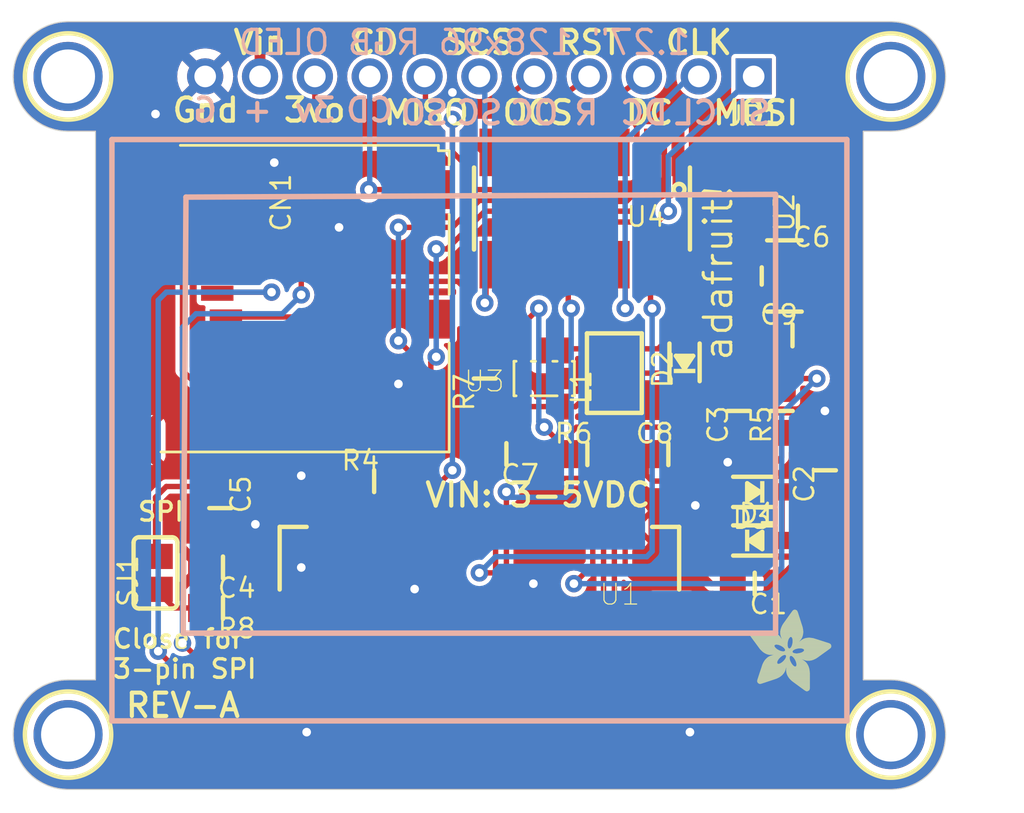
<source format=kicad_pcb>
(kicad_pcb (version 20221018) (generator pcbnew)
  (layers (0 "F.Cu" signal) (31 "B.Cu" signal) (34 "B.Paste" user) (35 "F.Paste" user) (36 "B.SilkS" user "B.Silkscreen") (37 "F.SilkS" user "F.Silkscreen") (38 "B.Mask" user) (39 "F.Mask" user) (44 "Edge.Cuts" user))
  (net 0 "")
  (net 1 "OLED_BS0")
  (net 2 "GND")
  (net 3 "IREF")
  (net 4 "MOSI/DATA1")
  (net 5 "SCK/DATA0")
  (net 6 "OLED_CS")
  (net 7 "OLED_DC")
  (net 8 "OLED_RES")
  (net 9 "VCOMH")
  (net 10 "N$6")
  (net 11 "N$7")
  (net 12 "3.3V")
  (net 13 "13V")
  (net 14 "N$3")
  (net 15 "N$5")
  (net 16 "N$8")
  (net 17 "VIN")
  (net 18 "SD_CS")
  (net 19 "SD_DOUT")
  (net 20 "SD_CD")
  (net 21 "N$12")
  (net 22 "N$13")
  (net 23 "DC")
  (net 24 "RESET")
  (net 25 "OCS")
  (net 26 "SCS")
  (net 27 "N$11")
  (footprint "working:_0805MP" (layer "F.Cu") (at 163.2511 96.2536 180)
    (fp_text reference "C6")
    (fp_text value "10uF")
  )
  (footprint "working:SOD-323" (layer "F.Cu") (at 161.2511 111.2536)
    (fp_text reference "D3")
    (fp_text value "1N4148")
  )
  (footprint "working:MOUNTINGHOLE_2.5_PLATED" (layer "F.Cu") (at 129.4511 120.2436)
    (fp_text reference "U$22" hide)
    (fp_text value "MOUNTINGHOLE2.5" hide)
  )
  (footprint "working:ADAFRUIT_3.5MM" (layer "F.Cu") (at 161.0011 118.2536)
    (fp_text reference "U$28" hide)
    (fp_text value "" hide)
  )
  (footprint "working:FPC_XF2M-3015-1A" (layer "F.Cu") (at 148.5011 113.2536 180)
    (fp_text reference "U1")
    (fp_text value "UG-2828GDEDF11")
  )
  (footprint "working:SOLDERJUMPER_REFLOW_NOPASTE" (layer "F.Cu") (at 133.5011 112.7536 90)
    (fp_text reference "SJ1")
    (fp_text value "BS0")
  )
  (footprint "working:MICROSD" (layer "F.Cu") (at 147.0011 93.0036 -90)
    (fp_text reference "CN1")
    (fp_text value "microSD")
  )
  (footprint "working:_0805MP" (layer "F.Cu") (at 157.2511 107.2536)
    (fp_text reference "C8")
    (fp_text value "0.1uF")
  )
  (footprint "working:MOUNTINGHOLE_2.5_PLATED" (layer "F.Cu") (at 129.4511 89.7636)
    (fp_text reference "U$25" hide)
    (fp_text value "MOUNTINGHOLE2.5" hide)
  )
  (footprint "working:INDUCTOR_1007" (layer "F.Cu") (at 154.7511 103.5036 90)
    (fp_text reference "L1")
    (fp_text value "10uH")
  )
  (footprint "working:_0805MP" (layer "F.Cu") (at 162.5011 105.2536 90)
    (fp_text reference "R5")
    (fp_text value "50")
  )
  (footprint "working:_0805MP" (layer "F.Cu") (at 149.7511 107.2536 180)
    (fp_text reference "C7")
    (fp_text value "10uF")
  )
  (footprint "working:SOT23-5@1" (layer "F.Cu") (at 151.5011 103.7536 180)
    (fp_text reference "U3")
    (fp_text value "FAN5331SX")
  )
  (footprint "working:_0805MP" (layer "F.Cu") (at 160.5011 105.2536 90)
    (fp_text reference "C3")
    (fp_text value "1.0uF")
  )
  (footprint "working:_0805MP" (layer "F.Cu") (at 136.5011 109.7536 -90)
    (fp_text reference "C5")
    (fp_text value "10uF")
  )
  (footprint "working:_0805MP" (layer "F.Cu") (at 164.5011 108.0036 90)
    (fp_text reference "C2")
    (fp_text value "10uF/16V")
  )
  (footprint "working:MOUNTINGHOLE_2.5_PLATED" (layer "F.Cu") (at 167.5511 89.7636)
    (fp_text reference "U$24" hide)
    (fp_text value "MOUNTINGHOLE2.5" hide)
  )
  (footprint "working:SOD-123" (layer "F.Cu") (at 158.0011 103.0036 90)
    (fp_text reference "D2")
    (fp_text value "BAT54T1G")
  )
  (footprint "working:_0805MP" (layer "F.Cu") (at 136.6261 112.5036 180)
    (fp_text reference "C4")
    (fp_text value "1.0uF")
  )
  (footprint "working:_0805MP" (layer "F.Cu") (at 143.6261 108.5036)
    (fp_text reference "R4")
    (fp_text value "600K")
  )
  (footprint "working:MOUNTINGHOLE_2.5_PLATED" (layer "F.Cu") (at 167.5511 120.2436)
    (fp_text reference "U$23" hide)
    (fp_text value "MOUNTINGHOLE2.5" hide)
  )
  (footprint "working:FIDUCIAL_1MM" (layer "F.Cu") (at 161.7511 93.5036)
    (fp_text reference "U$27" hide)
    (fp_text value "FIDUCIAL" hide)
  )
  (footprint "working:SOIC16" (layer "F.Cu") (at 153.2511 95.8806 180)
    (fp_text reference "U4")
    (fp_text value "74HC4050D")
  )
  (footprint "working:_0805MP" (layer "F.Cu") (at 161.2511 113.2536 180)
    (fp_text reference "C1")
    (fp_text value "10uF/16V")
  )
  (footprint "working:_0805MP" (layer "F.Cu") (at 153.5011 107.2536)
    (fp_text reference "R6")
    (fp_text value "100K")
  )
  (footprint "working:SOT23-5" (layer "F.Cu") (at 162.6261 99.0036 90)
    (fp_text reference "U2")
    (fp_text value "MIC5225-3.3v")
  )
  (footprint "working:_0805MP" (layer "F.Cu") (at 163.0011 101.7536)
    (fp_text reference "C9")
    (fp_text value "10uF")
  )
  (footprint "working:FIDUCIAL_1MM" (layer "F.Cu") (at 148.7511 120.0036)
    (fp_text reference "U$26" hide)
    (fp_text value "FIDUCIAL" hide)
  )
  (footprint "working:SOD-323" (layer "F.Cu") (at 161.2511 109.0036 180)
    (fp_text reference "D1")
    (fp_text value "1N4148")
  )
  (footprint "working:_0805MP" (layer "F.Cu") (at 136.6261 114.3786 180)
    (fp_text reference "R8")
    (fp_text value "10K")
  )
  (footprint "working:FIDUCIAL_1MM" (layer "F.Cu") (at 133.2511 89.2536)
    (fp_text reference "U$29" hide)
    (fp_text value "FIDUCIAL" hide)
  )
  (footprint "working:1X11_ROUND" (layer "F.Cu") (at 148.5011 89.7636 180)
    (fp_text reference "JP1")
    (fp_text value "")
  )
  (footprint "working:_0805MP" (layer "F.Cu") (at 148.7511 103.7536 90)
    (fp_text reference "R7")
    (fp_text value "10K")
  )
  (gr_line (start 131.4831 119.6086) (end 165.5191 119.6086) (stroke (width 0.254)) (layer "B.SilkS"))
  (gr_line (start 165.5191 119.6086) (end 165.5191 92.6846) (stroke (width 0.254)) (layer "B.SilkS"))
  (gr_line (start 134.7851 115.5446) (end 134.9121 95.3516) (stroke (width 0.254)) (layer "B.SilkS"))
  (gr_line (start 165.5191 92.6846) (end 131.4831 92.6846) (stroke (width 0.254)) (layer "B.SilkS"))
  (gr_line (start 162.2171 95.2246) (end 162.2171 115.5446) (stroke (width 0.254)) (layer "B.SilkS"))
  (gr_line (start 162.2171 115.5446) (end 134.7851 115.5446) (stroke (width 0.254)) (layer "B.SilkS"))
  (gr_line (start 131.4831 92.6846) (end 131.4831 119.6086) (stroke (width 0.254)) (layer "B.SilkS"))
  (gr_line (start 134.9121 95.3516) (end 162.2171 95.2246) (stroke (width 0.254)) (layer "B.SilkS"))
  (gr_arc (start 126.9111 89.7636) (mid 127.655049 87.967549) (end 129.4511 87.2236) (stroke (width 0.05)) (layer "Edge.Cuts"))
  (gr_arc (start 129.4511 122.7836) (mid 127.655049 122.039651) (end 126.9111 120.2436) (stroke (width 0.05)) (layer "Edge.Cuts"))
  (gr_line (start 166.2811 92.3036) (end 167.5511 92.3036) (stroke (width 0.05)) (layer "Edge.Cuts"))
  (gr_arc (start 129.4511 92.3036) (mid 127.655049 91.559651) (end 126.9111 89.7636) (stroke (width 0.05)) (layer "Edge.Cuts"))
  (gr_arc (start 167.5511 87.2236) (mid 169.347151 87.967549) (end 170.0911 89.7636) (stroke (width 0.05)) (layer "Edge.Cuts"))
  (gr_line (start 129.4511 122.7836) (end 167.5511 122.7836) (stroke (width 0.05)) (layer "Edge.Cuts"))
  (gr_line (start 129.4511 92.3036) (end 130.7211 92.3036) (stroke (width 0.05)) (layer "Edge.Cuts"))
  (gr_line (start 130.7211 92.3036) (end 130.7211 117.7036) (stroke (width 0.05)) (layer "Edge.Cuts"))
  (gr_line (start 130.7211 117.7036) (end 129.4511 117.7036) (stroke (width 0.05)) (layer "Edge.Cuts"))
  (gr_line (start 166.2811 117.7036) (end 166.2811 92.3036) (stroke (width 0.05)) (layer "Edge.Cuts"))
  (gr_arc (start 126.9111 120.2436) (mid 127.655049 118.447549) (end 129.4511 117.7036) (stroke (width 0.05)) (layer "Edge.Cuts"))
  (gr_arc (start 167.5511 117.7036) (mid 169.347151 118.447549) (end 170.0911 120.2436) (stroke (width 0.05)) (layer "Edge.Cuts"))
  (gr_arc (start 170.0911 120.2436) (mid 169.347151 122.039651) (end 167.5511 122.7836) (stroke (width 0.05)) (layer "Edge.Cuts"))
  (gr_line (start 167.5511 87.2236) (end 129.4511 87.2236) (stroke (width 0.05)) (layer "Edge.Cuts"))
  (gr_arc (start 170.0911 89.7636) (mid 169.347151 91.559651) (end 167.5511 92.3036) (stroke (width 0.05)) (layer "Edge.Cuts"))
  (gr_line (start 167.5511 117.7036) (end 166.2811 117.7036) (stroke (width 0.05)) (layer "Edge.Cuts"))
  (gr_text "SO" (at 145.9611 90.8186) (layer "B.SilkS") (effects (font (size 1.0795 1.0795) (thickness 0.1905)) (justify top mirror)))
  (gr_text "R" (at 153.4541 90.8186) (layer "B.SilkS") (effects (font (size 1.0795 1.0795) (thickness 0.1905)) (justify top mirror)))
  (gr_text "1.27\" 128x96 RGB OLED" (at 147.8061 88.8436) (layer "B.SilkS") (effects (font (size 1.1176 1.1176) (thickness 0.1524)) (justify bottom mirror)))
  (gr_text "SC" (at 148.5011 90.8186) (layer "B.SilkS") (effects (font (size 1.0795 1.0795) (thickness 0.1905)) (justify top mirror)))
  (gr_text "CL" (at 158.5341 90.8186) (layer "B.SilkS") (effects (font (size 1.0795 1.0795) (thickness 0.1905)) (justify top mirror)))
  (gr_text "DC" (at 156.1211 90.8186) (layer "B.SilkS") (effects (font (size 1.0795 1.0795) (thickness 0.1905)) (justify top mirror)))
  (gr_text "3v" (at 140.8811 90.6916) (layer "B.SilkS") (effects (font (size 1.0795 1.0795) (thickness 0.1905)) (justify top mirror)))
  (gr_text "CD" (at 143.4211 90.6916) (layer "B.SilkS") (effects (font (size 1.0795 1.0795) (thickness 0.1905)) (justify top mirror)))
  (gr_text "+" (at 138.2141 90.6916) (layer "B.SilkS") (effects (font (size 1.0795 1.0795) (thickness 0.1905)) (justify top mirror)))
  (gr_text "SI" (at 161.2011 90.8186) (layer "B.SilkS") (effects (font (size 1.0795 1.0795) (thickness 0.1905)) (justify top mirror)))
  (gr_text "G" (at 135.8011 90.6916) (layer "B.SilkS") (effects (font (size 1.0795 1.0795) (thickness 0.1905)) (justify top mirror)))
  (gr_text "OC" (at 151.0411 90.8186) (layer "B.SilkS") (effects (font (size 1.0795 1.0795) (thickness 0.1905)) (justify top mirror)))
  (gr_text "RST" (at 153.5811 88.8236) (layer "F.SilkS") (effects (font (size 1.0795 1.0795) (thickness 0.1905)) (justify bottom)))
  (gr_text "SCS" (at 148.5011 88.8236) (layer "F.SilkS") (effects (font (size 1.0795 1.0795) (thickness 0.1905)) (justify bottom)))
  (gr_text "Gnd" (at 135.8241 90.6916) (layer "F.SilkS") (effects (font (size 1.0795 1.0795) (thickness 0.1905)) (justify top)))
  (gr_text "CLK" (at 158.6611 88.8236) (layer "F.SilkS") (effects (font (size 1.0795 1.0795) (thickness 0.1905)) (justify bottom)))
  (gr_text "CD" (at 143.6711 88.8236) (layer "F.SilkS") (effects (font (size 1.0795 1.0795) (thickness 0.1905)) (justify bottom)))
  (gr_text "MISO" (at 146.0411 90.8146) (layer "F.SilkS") (effects (font (size 1.0795 1.0795) (thickness 0.1905)) (justify top)))
  (gr_text "VIN: 3-5VDC" (at 145.8901 109.7806) (layer "F.SilkS") (effects (font (size 1.0795 1.0795) (thickness 0.1905)) (justify left bottom)))
  (gr_text "DC" (at 156.3811 90.8146) (layer "F.SilkS") (effects (font (size 1.0795 1.0795) (thickness 0.1905)) (justify top)))
  (gr_text "adafruit!" (at 160.3081 103.0176 90) (layer "F.SilkS") (effects (font (size 1.28016 1.28016) (thickness 0.14224)) (justify left bottom)))
  (gr_text "MOSI" (at 161.2911 90.8146) (layer "F.SilkS") (effects (font (size 1.0795 1.0795) (thickness 0.1905)) (justify top)))
  (gr_text "Close for\n3-pin SPI" (at 131.4411 117.7056) (layer "F.SilkS") (effects (font (size 0.8636 0.8636) (thickness 0.1524)) (justify left bottom)))
  (gr_text "SPI" (at 132.6031 110.4256) (layer "F.SilkS") (effects (font (size 0.8636 0.8636) (thickness 0.1524)) (justify left bottom)))
  (gr_text "REV-A" (at 132.0241 119.5206) (layer "F.SilkS") (effects (font (size 1.0795 1.0795) (thickness 0.1905)) (justify left bottom)))
  (gr_text "3vo" (at 140.8711 90.6876) (layer "F.SilkS") (effects (font (size 1.0795 1.0795) (thickness 0.1905)) (justify top)))
  (gr_text "OCS" (at 151.2111 90.8146) (layer "F.SilkS") (effects (font (size 1.0795 1.0795) (thickness 0.1905)) (justify top)))
  (gr_text "Vin" (at 138.3411 88.8236) (layer "F.SilkS") (effects (font (size 1.0795 1.0795) (thickness 0.1905)) (justify bottom)))
  (segment (start 135.6101 114.3786) (end 135.6101 115.6126) (width 0.25) (layer "F.Cu") (net 1))
  (segment (start 135.6101 114.3786) (end 134.3641 114.3786) (width 0.25) (layer "F.Cu") (net 1))
  (segment (start 147.7511 115.3786) (end 147.1261 116.0036) (width 0.25) (layer "F.Cu") (net 1))
  (segment (start 136.0011 116.0036) (end 144.1261 116.0036) (width 0.25) (layer "F.Cu") (net 1))
  (segment (start 134.3641 114.3786) (end 133.5011 113.5156) (width 0.25) (layer "F.Cu") (net 1))
  (segment (start 147.7511 110.6236) (end 147.7511 115.3786) (width 0.25) (layer "F.Cu") (net 1))
  (segment (start 135.6101 115.6126) (end 136.0011 116.0036) (width 0.25) (layer "F.Cu") (net 1))
  (segment (start 147.1261 116.0036) (end 144.1261 116.0036) (width 0.25) (layer "F.Cu") (net 1))
  (segment (start 147.2511 111.7536) (end 145.5011 113.5036) (width 0.25) (layer "F.Cu") (net 2))
  (segment (start 141.2511 109.7536) (end 141.2511 110.6236) (width 0.25) (layer "F.Cu") (net 2))
  (segment (start 137.6261 114.3786) (end 136.6261 113.3786) (width 0.25) (layer "F.Cu") (net 2))
  (segment (start 147.2511 110.6236) (end 147.2511 109.2536) (width 0.25) (layer "F.Cu") (net 2))
  (segment (start 141.3761 109.6286) (end 141.2511 109.7536) (width 0.25) (layer "F.Cu") (net 2))
  (segment (start 137.6421 114.3786) (end 137.6261 114.3786) (width 0.25) (layer "F.Cu") (net 2))
  (segment (start 136.3761 112.5036) (end 135.6101 112.5036) (width 0.25) (layer "F.Cu") (net 2))
  (segment (start 136.5011 110.7696) (end 136.5011 111.6126) (width 0.25) (layer "F.Cu") (net 2))
  (segment (start 136.5011 111.6126) (end 135.6101 112.5036) (width 0.25) (layer "F.Cu") (net 2))
  (segment (start 148.5011 109.0036) (end 148.7511 108.7536) (width 0.25) (layer "F.Cu") (net 2))
  (segment (start 142.1261 109.6286) (end 141.3761 109.6286) (width 0.25) (layer "F.Cu") (net 2))
  (segment (start 148.7511 107.2696) (end 148.7351 107.2536) (width 0.25) (layer "F.Cu") (net 2))
  (segment (start 142.2511 109.7536) (end 142.1261 109.6286) (width 0.25) (layer "F.Cu") (net 2))
  (segment (start 148.7511 108.7536) (end 148.7511 107.2696) (width 0.25) (layer "F.Cu") (net 2))
  (segment (start 136.6261 113.3786) (end 136.6261 112.7536) (width 0.25) (layer "F.Cu") (net 2))
  (segment (start 147.2511 110.6236) (end 147.2511 111.7536) (width 0.25) (layer "F.Cu") (net 2))
  (segment (start 147.2511 109.2536) (end 147.5011 109.0036) (width 0.25) (layer "F.Cu") (net 2))
  (segment (start 142.2511 110.6236) (end 142.2511 109.7536) (width 0.25) (layer "F.Cu") (net 2))
  (segment (start 147.5011 109.0036) (end 148.5011 109.0036) (width 0.25) (layer "F.Cu") (net 2))
  (segment (start 136.6261 112.7536) (end 136.3761 112.5036) (width 0.25) (layer "F.Cu") (net 2))
  (via (at 158.2511 120.1286) (size 0.8064) (drill 0.4) (layers "F.Cu" "B.Cu") (net 2))
  (via (at 140.2511 108.2536) (size 0.8064) (drill 0.4) (layers "F.Cu" "B.Cu") (net 2))
  (via (at 147.2511 90.5036) (size 0.8064) (drill 0.4) (layers "F.Cu" "B.Cu") (net 2))
  (via (at 140.5011 120.1286) (size 0.8064) (drill 0.4) (layers "F.Cu" "B.Cu") (net 2))
  (via (at 144.7511 104.0036) (size 0.8064) (drill 0.4) (layers "F.Cu" "B.Cu") (net 2))
  (via (at 138.1261 110.5036) (size 0.8064) (drill 0.4) (layers "F.Cu" "B.Cu") (net 2))
  (via (at 158.5011 109.6286) (size 0.8064) (drill 0.4) (layers "F.Cu" "B.Cu") (net 2))
  (via (at 133.5011 91.5036) (size 0.8064) (drill 0.4) (layers "F.Cu" "B.Cu") (net 2))
  (via (at 145.5011 113.5036) (size 0.8064) (drill 0.4) (layers "F.Cu" "B.Cu") (net 2))
  (via (at 160.0011 107.6286) (size 0.8064) (drill 0.4) (layers "F.Cu" "B.Cu") (net 2))
  (via (at 140.2511 112.5036) (size 0.8064) (drill 0.4) (layers "F.Cu" "B.Cu") (net 2))
  (via (at 139.0011 93.7536) (size 0.8064) (drill 0.4) (layers "F.Cu" "B.Cu") (net 2))
  (via (at 142.0011 96.7536) (size 0.8064) (drill 0.4) (layers "F.Cu" "B.Cu") (net 2))
  (via (at 164.5011 105.2536) (size 0.8064) (drill 0.4) (layers "F.Cu" "B.Cu") (net 2))
  (via (at 151.0011 113.2536) (size 0.8064) (drill 0.4) (layers "F.Cu" "B.Cu") (net 2))
  (segment (start 145.2511 110.6236) (end 145.2511 109.1126) (width 0.25) (layer "F.Cu") (net 3))
  (segment (start 145.2511 109.1126) (end 144.6421 108.5036) (width 0.25) (layer "F.Cu") (net 3))
  (segment (start 136.4111 99.7536) (end 136.3611 99.8036) (width 0.25) (layer "F.Cu") (net 4))
  (segment (start 134.2511 117.0036) (end 133.6261 116.3786) (width 0.25) (layer "F.Cu") (net 4))
  (segment (start 138.8761 99.7536) (end 136.4111 99.7536) (width 0.25) (layer "F.Cu") (net 4))
  (segment (start 149.7511 110.6236) (end 149.7511 116.0036) (width 0.25) (layer "F.Cu") (net 4))
  (segment (start 149.7511 116.0036) (end 148.7511 117.0036) (width 0.25) (layer "F.Cu") (net 4))
  (segment (start 149.7511 109.0036) (end 149.7511 110.6236) (width 0.25) (layer "F.Cu") (net 4))
  (segment (start 152.6161 98.4806) (end 152.6161 100.3686) (width 0.25) (layer "F.Cu") (net 4))
  (segment (start 148.7511 117.0036) (end 134.2511 117.0036) (width 0.25) (layer "F.Cu") (net 4))
  (segment (start 152.6161 100.3686) (end 152.7511 100.5036) (width 0.25) (layer "F.Cu") (net 4))
  (via (at 152.7511 100.5036) (size 0.8064) (drill 0.4) (layers "F.Cu" "B.Cu") (net 4))
  (via (at 149.7511 109.0036) (size 0.8064) (drill 0.4) (layers "F.Cu" "B.Cu") (net 4))
  (via (at 133.6261 116.3786) (size 0.8064) (drill 0.4) (layers "F.Cu" "B.Cu") (net 4))
  (via (at 138.8761 99.7536) (size 0.8064) (drill 0.4) (layers "F.Cu" "B.Cu") (net 4))
  (segment (start 152.5011 109.2536) (end 150.0011 109.2536) (width 0.25) (layer "B.Cu") (net 4))
  (segment (start 133.6261 116.3786) (end 133.6261 100.1286) (width 0.25) (layer "B.Cu") (net 4))
  (segment (start 152.7511 109.0036) (end 152.5011 109.2536) (width 0.25) (layer "B.Cu") (net 4))
  (segment (start 134.0011 99.7536) (end 138.8761 99.7536) (width 0.25) (layer "B.Cu") (net 4))
  (segment (start 133.6261 100.1286) (end 134.0011 99.7536) (width 0.25) (layer "B.Cu") (net 4))
  (segment (start 152.7511 100.5036) (end 152.7511 109.0036) (width 0.25) (layer "B.Cu") (net 4))
  (segment (start 150.0011 109.2536) (end 149.7511 109.0036) (width 0.25) (layer "B.Cu") (net 4))
  (segment (start 149.2511 112.7536) (end 149.2511 115.5036) (width 0.25) (layer "F.Cu") (net 5))
  (segment (start 139.6261 97.6286) (end 136.3861 97.6286) (width 0.25) (layer "F.Cu") (net 5))
  (segment (start 148.2511 116.5036) (end 135.2511 116.5036) (width 0.25) (layer "F.Cu") (net 5))
  (segment (start 149.2511 115.5036) (end 148.2511 116.5036) (width 0.25) (layer "F.Cu") (net 5))
  (segment (start 140.2511 98.2536) (end 139.6261 97.6286) (width 0.25) (layer "F.Cu") (net 5))
  (segment (start 140.2511 99.8786) (end 140.2511 98.2536) (width 0.25) (layer "F.Cu") (net 5))
  (segment (start 148.5011 112.7536) (end 149.2511 112.7536) (width 0.25) (layer "F.Cu") (net 5))
  (segment (start 136.3861 97.6286) (end 136.3611 97.6036) (width 0.25) (layer "F.Cu") (net 5))
  (segment (start 135.2511 116.5036) (end 134.7511 116.0036) (width 0.25) (layer "F.Cu") (net 5))
  (segment (start 156.4261 98.4806) (end 156.4261 100.4286) (width 0.25) (layer "F.Cu") (net 5))
  (segment (start 156.4261 100.4286) (end 156.5011 100.5036) (width 0.25) (layer "F.Cu") (net 5))
  (segment (start 149.2511 110.6236) (end 149.2511 112.7536) (width 0.25) (layer "F.Cu") (net 5))
  (via (at 148.5011 112.7536) (size 0.8064) (drill 0.4) (layers "F.Cu" "B.Cu") (net 5))
  (via (at 134.7511 116.0036) (size 0.8064) (drill 0.4) (layers "F.Cu" "B.Cu") (net 5))
  (via (at 156.5011 100.5036) (size 0.8064) (drill 0.4) (layers "F.Cu" "B.Cu") (net 5))
  (via (at 140.2511 99.8786) (size 0.8064) (drill 0.4) (layers "F.Cu" "B.Cu") (net 5))
  (segment (start 156.2511 112.0036) (end 149.2511 112.0036) (width 0.25) (layer "B.Cu") (net 5))
  (segment (start 156.5011 111.7536) (end 156.2511 112.0036) (width 0.25) (layer "B.Cu") (net 5))
  (segment (start 134.7511 116.0036) (end 134.7511 101.3786) (width 0.25) (layer "B.Cu") (net 5))
  (segment (start 156.5011 100.5036) (end 156.5011 111.7536) (width 0.25) (layer "B.Cu") (net 5))
  (segment (start 139.3761 100.7536) (end 140.2511 99.8786) (width 0.25) (layer "B.Cu") (net 5))
  (segment (start 135.3761 100.7536) (end 139.3761 100.7536) (width 0.25) (layer "B.Cu") (net 5))
  (segment (start 134.7511 101.3786) (end 135.3761 100.7536) (width 0.25) (layer "B.Cu") (net 5))
  (segment (start 149.2511 112.0036) (end 148.5011 112.7536) (width 0.25) (layer "B.Cu") (net 5))
  (segment (start 151.3461 93.2806) (end 151.3461 94.6586) (width 0.25) (layer "F.Cu") (net 6))
  (segment (start 146.7511 110.6236) (end 146.7511 108.5036) (width 0.25) (layer "F.Cu") (net 6))
  (segment (start 147.2511 93.2536) (end 147.7511 93.7536) (width 0.25) (layer "F.Cu") (net 6))
  (segment (start 147.7511 93.7536) (end 147.7511 94.5036) (width 0.25) (layer "F.Cu") (net 6))
  (segment (start 147.7511 94.5036) (end 148.2511 95.0036) (width 0.25) (layer "F.Cu") (net 6))
  (segment (start 151.0011 95.0036) (end 151.3461 94.6586) (width 0.25) (layer "F.Cu") (net 6))
  (segment (start 147.2511 91.7536) (end 147.2511 93.2536) (width 0.25) (layer "F.Cu") (net 6))
  (segment (start 148.2511 95.0036) (end 151.0011 95.0036) (width 0.25) (layer "F.Cu") (net 6))
  (segment (start 146.7511 108.5036) (end 147.2511 108.0036) (width 0.25) (layer "F.Cu") (net 6))
  (via (at 147.2511 91.7536) (size 0.8064) (drill 0.4) (layers "F.Cu" "B.Cu") (net 6))
  (via (at 147.2511 108.0036) (size 0.8064) (drill 0.4) (layers "F.Cu" "B.Cu") (net 6))
  (segment (start 147.2511 108.0036) (end 147.2511 91.7536) (width 0.25) (layer "B.Cu") (net 6))
  (segment (start 146.2511 110.6236) (end 146.2511 103.0036) (width 0.25) (layer "F.Cu") (net 7))
  (segment (start 147.0011 97.7536) (end 148.7511 96.0036) (width 0.25) (layer "F.Cu") (net 7))
  (segment (start 146.5011 97.7536) (end 147.0011 97.7536) (width 0.25) (layer "F.Cu") (net 7))
  (segment (start 156.4261 93.2806) (end 156.4261 95.0786) (width 0.25) (layer "F.Cu") (net 7))
  (segment (start 155.5011 96.0036) (end 156.4261 95.0786) (width 0.25) (layer "F.Cu") (net 7))
  (segment (start 148.7511 96.0036) (end 155.5011 96.0036) (width 0.25) (layer "F.Cu") (net 7))
  (segment (start 146.2511 103.0036) (end 146.5011 102.7536) (width 0.25) (layer "F.Cu") (net 7))
  (via (at 146.5011 102.7536) (size 0.8064) (drill 0.4) (layers "F.Cu" "B.Cu") (net 7))
  (via (at 146.5011 97.7536) (size 0.8064) (drill 0.4) (layers "F.Cu" "B.Cu") (net 7))
  (segment (start 146.5011 102.7536) (end 146.5011 97.7536) (width 0.25) (layer "B.Cu") (net 7))
  (segment (start 153.8861 93.2806) (end 153.8861 95.1186) (width 0.25) (layer "F.Cu") (net 8))
  (segment (start 145.7511 110.6236) (end 145.7511 103.0036) (width 0.25) (layer "F.Cu") (net 8))
  (segment (start 145.7511 103.0036) (end 144.7511 102.0036) (width 0.25) (layer "F.Cu") (net 8))
  (segment (start 153.5011 95.5036) (end 153.8861 95.1186) (width 0.25) (layer "F.Cu") (net 8))
  (segment (start 148.5011 95.5036) (end 153.5011 95.5036) (width 0.25) (layer "F.Cu") (net 8))
  (segment (start 147.2511 96.7536) (end 148.5011 95.5036) (width 0.25) (layer "F.Cu") (net 8))
  (segment (start 144.7511 96.7536) (end 147.2511 96.7536) (width 0.25) (layer "F.Cu") (net 8))
  (via (at 144.7511 102.0036) (size 0.8064) (drill 0.4) (layers "F.Cu" "B.Cu") (net 8))
  (via (at 144.7511 96.7536) (size 0.8064) (drill 0.4) (layers "F.Cu" "B.Cu") (net 8))
  (segment (start 144.7511 102.0036) (end 144.7511 96.7536) (width 0.25) (layer "B.Cu") (net 8))
  (segment (start 155.3761 116.0036) (end 163.6261 116.0036) (width 0.25) (layer "F.Cu") (net 9))
  (segment (start 164.5011 115.1286) (end 164.5011 109.0196) (width 0.25) (layer "F.Cu") (net 9))
  (segment (start 163.6261 116.0036) (end 164.5011 115.1286) (width 0.25) (layer "F.Cu") (net 9))
  (segment (start 154.7511 115.3786) (end 155.3761 116.0036) (width 0.25) (layer "F.Cu") (net 9))
  (segment (start 154.7511 110.6236) (end 154.7511 115.3786) (width 0.25) (layer "F.Cu") (net 9))
  (segment (start 153.7511 112.3786) (end 152.8761 113.2536) (width 0.25) (layer "F.Cu") (net 10))
  (segment (start 162.9851 103.7536) (end 162.5011 104.2376) (width 0.25) (layer "F.Cu") (net 10))
  (segment (start 153.7511 110.6236) (end 153.7511 112.3786) (width 0.25) (layer "F.Cu") (net 10))
  (segment (start 164.1261 103.7536) (end 162.9851 103.7536) (width 0.25) (layer "F.Cu") (net 10))
  (via (at 152.8761 113.2536) (size 0.8064) (drill 0.4) (layers "F.Cu" "B.Cu") (net 10))
  (via (at 164.1261 103.7536) (size 0.8064) (drill 0.4) (layers "F.Cu" "B.Cu") (net 10))
  (segment (start 162.5011 105.3786) (end 164.1261 103.7536) (width 0.25) (layer "B.Cu") (net 10))
  (segment (start 161.7511 113.2536) (end 162.5011 112.5036) (width 0.25) (layer "B.Cu") (net 10))
  (segment (start 152.8761 113.2536) (end 161.7511 113.2536) (width 0.25) (layer "B.Cu") (net 10))
  (segment (start 162.5011 112.5036) (end 162.5011 105.3786) (width 0.25) (layer "B.Cu") (net 10))
  (segment (start 161.2511 108.7536) (end 161.0011 109.0036) (width 0.25) (layer "F.Cu") (net 11))
  (segment (start 162.1261 107.7536) (end 161.6261 107.7536) (width 0.25) (layer "F.Cu") (net 11))
  (segment (start 161.6261 107.7536) (end 161.2511 108.1286) (width 0.25) (layer "F.Cu") (net 11))
  (segment (start 161.0011 109.0036) (end 159.9811 109.0036) (width 0.25) (layer "F.Cu") (net 11))
  (segment (start 162.5011 106.2696) (end 162.5011 107.3786) (width 0.25) (layer "F.Cu") (net 11))
  (segment (start 162.5011 107.3786) (end 162.1261 107.7536) (width 0.25) (layer "F.Cu") (net 11))
  (segment (start 161.2511 108.1286) (end 161.2511 108.7536) (width 0.25) (layer "F.Cu") (net 11))
  (segment (start 160.8761 101.7536) (end 161.9851 101.7536) (width 0.5) (layer "F.Cu") (net 12))
  (segment (start 159.7511 99.6286) (end 159.7511 96.1286) (width 0.5) (layer "F.Cu") (net 12))
  (segment (start 150.7671 107.2536) (end 150.7671 106.1446) (width 0.25) (layer "F.Cu") (net 12))
  (segment (start 161.9851 101.7536) (end 161.9851 100.6127) (width 0.5) (layer "F.Cu") (net 12))
  (segment (start 139.6261 111.7536) (end 139.2511 111.3786) (width 0.25) (layer "F.Cu") (net 12))
  (segment (start 135.8761 91.3786) (end 135.1261 92.1286) (width 0.25) (layer "F.Cu") (net 12))
  (segment (start 159.7511 96.1286) (end 159.0011 95.3786) (width 0.5) (layer "F.Cu") (net 12))
  (segment (start 160.5011 102.1286) (end 160.8761 101.7536) (width 0.5) (layer "F.Cu") (net 12))
  (segment (start 134.7511 103.3786) (end 134.7511 98.7536) (width 0.25) (layer "F.Cu") (net 12))
  (segment (start 133.5011 109.2536) (end 134.0011 108.7536) (width 0.25) (layer "F.Cu") (net 12))
  (segment (start 157.0011 103.5036) (end 157.5011 103.0036) (width 0.25) (layer "F.Cu") (net 12))
  (segment (start 152.4511 105.0537) (end 152.951 105.0537) (width 0.25) (layer "F.Cu") (net 12))
  (segment (start 138.8761 108.7536) (end 136.5171 108.7536) (width 0.25) (layer "F.Cu") (net 12))
  (segment (start 139.2511 111.3786) (end 139.2511 109.1286) (width 0.25) (layer "F.Cu") (net 12))
  (segment (start 140.8811 89.7636) (end 140.8811 91.1236) (width 0.25) (layer "F.Cu") (net 12))
  (segment (start 140.8811 91.1236) (end 140.6261 91.3786) (width 0.25) (layer "F.Cu") (net 12))
  (segment (start 153.2511 117.5036) (end 154.2511 116.5036) (width 0.25) (layer "F.Cu") (net 12))
  (segment (start 154.2511 108.8786) (end 153.7511 108.3786) (width 0.25) (layer "F.Cu") (net 12))
  (segment (start 155.0011 103.5036) (end 157.0011 103.5036) (width 0.25) (layer "F.Cu") (net 12))
  (segment (start 131.8761 112.2536) (end 131.8761 116.6286) (width 0.25) (layer "F.Cu") (net 12))
  (segment (start 154.7511 103.7536) (end 155.0011 103.5036) (width 0.25) (layer "F.Cu") (net 12))
  (segment (start 135.1261 92.1286) (end 135.1261 94.3786) (width 0.25) (layer "F.Cu") (net 12))
  (segment (start 153.3741 104.6306) (end 152.951 105.0537) (width 0.25) (layer "F.Cu") (net 12))
  (segment (start 142.6261 111.7536) (end 139.6261 111.7536) (width 0.25) (layer "F.Cu") (net 12))
  (segment (start 132.7511 117.5036) (end 153.2511 117.5036) (width 0.25) (layer "F.Cu") (net 12))
  (segment (start 136.5011 108.7376) (end 136.5011 105.1286) (width 0.25) (layer "F.Cu") (net 12))
  (segment (start 160.5011 103.0036) (end 160.5011 102.1286) (width 0.5) (layer "F.Cu") (net 12))
  (segment (start 135.9111 98.7536) (end 135.9611 98.7036) (width 0.25) (layer "F.Cu") (net 12))
  (segment (start 160.5011 104.2376) (end 160.5011 103.0036) (width 0.5) (layer "F.Cu") (net 12))
  (segment (start 150.5511 105.0537) (end 150.5511 105.9286) (width 0.25) (layer "F.Cu") (net 12))
  (segment (start 134.7511 98.7536) (end 134.7511 94.7536) (width 0.25) (layer "F.Cu") (net 12))
  (segment (start 140.6261 91.3786) (end 135.8761 91.3786) (width 0.25) (layer "F.Cu") (net 12))
  (segment (start 154.7511 104.6306) (end 153.3741 104.6306) (width 0.25) (layer "F.Cu") (net 12))
  (segment (start 142.7511 111.6286) (end 142.6261 111.7536) (width 0.25) (layer "F.Cu") (net 12))
  (segment (start 136.5171 108.7536) (end 136.5011 108.7376) (width 0.25) (layer "F.Cu") (net 12))
  (segment (start 158.2511 95.3786) (end 157.6961 94.8236) (width 0.5) (layer "F.Cu") (net 12))
  (segment (start 157.6961 93.2806) (end 157.6961 94.8236) (width 0.5) (layer "F.Cu") (net 12))
  (segment (start 160.0761 99.9536) (end 159.7511 99.6286) (width 0.5) (layer "F.Cu") (net 12))
  (segment (start 154.7511 104.6306) (end 154.7511 103.7536) (width 0.25) (layer "F.Cu") (net 12))
  (segment (start 157.5011 103.0036) (end 160.5011 103.0036) (width 0.25) (layer "F.Cu") (net 12))
  (segment (start 131.8761 116.6286) (end 132.7511 117.5036) (width 0.25) (layer "F.Cu") (net 12))
  (segment (start 132.1381 111.9916) (end 131.8761 112.2536) (width 0.25) (layer "F.Cu") (net 12))
  (segment (start 150.7671 106.1446) (end 150.5511 105.9286) (width 0.25) (layer "F.Cu") (net 12))
  (segment (start 142.7511 110.6236) (end 142.7511 111.6286) (width 0.25) (layer "F.Cu") (net 12))
  (segment (start 151.0011 108.3786) (end 150.7671 108.1446) (width 0.25) (layer "F.Cu") (net 12))
  (segment (start 150.5511 105.0537) (end 152.4511 105.0537) (width 0.25) (layer "F.Cu") (net 12))
  (segment (start 154.2511 110.6236) (end 154.2511 108.8786) (width 0.25) (layer "F.Cu") (net 12))
  (segment (start 154.2511 116.5036) (end 154.2511 110.6236) (width 0.25) (layer "F.Cu") (net 12))
  (segment (start 161.9851 100.6127) (end 161.326 99.9536) (width 0.5) (layer "F.Cu") (net 12))
  (segment (start 136.5011 105.1286) (end 134.7511 103.3786) (width 0.25) (layer "F.Cu") (net 12))
  (segment (start 135.9111 98.7536) (end 134.7511 98.7536) (width 0.25) (layer "F.Cu") (net 12))
  (segment (start 135.1261 94.3786) (end 134.7511 94.7536) (width 0.25) (layer "F.Cu") (net 12))
  (segment (start 139.2511 109.1286) (end 138.8761 108.7536) (width 0.25) (layer "F.Cu") (net 12))
  (segment (start 134.0011 108.7536) (end 136.4851 108.7536) (width 0.25) (layer "F.Cu") (net 12))
  (segment (start 133.5011 111.9916) (end 132.1381 111.9916) (width 0.25) (layer "F.Cu") (net 12))
  (segment (start 161.326 99.9536) (end 160.0761 99.9536) (width 0.5) (layer "F.Cu") (net 12))
  (segment (start 153.7511 108.3786) (end 151.0011 108.3786) (width 0.25) (layer "F.Cu") (net 12))
  (segment (start 150.7671 107.2536) (end 150.7671 108.1446) (width 0.25) (layer "F.Cu") (net 12))
  (segment (start 133.5011 109.2536) (end 133.5011 111.9916) (width 0.25) (layer "F.Cu") (net 12))
  (segment (start 136.4851 108.7536) (end 136.5011 108.7376) (width 0.25) (layer "F.Cu") (net 12))
  (segment (start 159.0011 95.3786) (end 158.2511 95.3786) (width 0.5) (layer "F.Cu") (net 12))
  (segment (start 154.5171 108.2696) (end 154.6261 108.3786) (width 0.25) (layer "F.Cu") (net 13))
  (segment (start 155.2511 110.6236) (end 155.2511 109.0036) (width 0.25) (layer "F.Cu") (net 13))
  (segment (start 155.6261 113.0036) (end 159.0011 113.0036) (width 0.25) (layer "F.Cu") (net 13))
  (segment (start 155.2511 112.6286) (end 155.6261 113.0036) (width 0.25) (layer "F.Cu") (net 13))
  (segment (start 155.2511 109.0036) (end 154.6261 108.3786) (width 0.25) (layer "F.Cu") (net 13))
  (segment (start 155.2511 110.6236) (end 155.2511 112.6286) (width 0.25) (layer "F.Cu") (net 13))
  (segment (start 154.5171 107.2536) (end 156.2351 107.2536) (width 0.25) (layer "F.Cu") (net 13))
  (segment (start 156.2351 107.2536) (end 156.2351 108.2376) (width 0.25) (layer "F.Cu") (net 13))
  (segment (start 156.5011 108.5036) (end 158.7511 108.5036) (width 0.25) (layer "F.Cu") (net 13))
  (segment (start 159.0011 113.0036) (end 159.2511 113.2536) (width 0.25) (layer "F.Cu") (net 13))
  (segment (start 154.5171 107.2536) (end 154.5171 108.2696) (width 0.25) (layer "F.Cu") (net 13))
  (segment (start 159.2511 113.2536) (end 160.2351 113.2536) (width 0.25) (layer "F.Cu") (net 13))
  (segment (start 159.2511 108.0036) (end 159.2511 106.1036) (width 0.25) (layer "F.Cu") (net 13))
  (segment (start 159.2511 106.1036) (end 158.0011 104.8536) (width 0.25) (layer "F.Cu") (net 13))
  (segment (start 158.7511 108.5036) (end 159.2511 108.0036) (width 0.25) (layer "F.Cu") (net 13))
  (segment (start 156.2351 108.2376) (end 156.5011 108.5036) (width 0.25) (layer "F.Cu") (net 13))
  (segment (start 137.6421 112.5036) (end 137.6421 112.5196) (width 0.25) (layer "F.Cu") (net 14))
  (segment (start 143.2511 113.1286) (end 143.2511 110.6236) (width 0.25) (layer "F.Cu") (net 14))
  (segment (start 143.0011 113.3786) (end 143.2511 113.1286) (width 0.25) (layer "F.Cu") (net 14))
  (segment (start 138.5011 113.3786) (end 143.0011 113.3786) (width 0.25) (layer "F.Cu") (net 14))
  (segment (start 137.6421 112.5196) (end 138.5011 113.3786) (width 0.25) (layer "F.Cu") (net 14))
  (segment (start 156.7781 102.3766) (end 158.0011 101.1536) (width 0.25) (layer "F.Cu") (net 15))
  (segment (start 154.7511 102.3766) (end 156.7781 102.3766) (width 0.25) (layer "F.Cu") (net 15))
  (segment (start 154.7511 102.3766) (end 152.528 102.3766) (width 0.25) (layer "F.Cu") (net 15))
  (segment (start 152.528 102.3766) (end 152.4511 102.4535) (width 0.25) (layer "F.Cu") (net 15))
  (segment (start 150.5511 102.4535) (end 149.0352 102.4535) (width 0.25) (layer "F.Cu") (net 16))
  (segment (start 150.5511 102.4535) (end 150.5511 101.2036) (width 0.25) (layer "F.Cu") (net 16))
  (segment (start 152.7511 106.2536) (end 152.7511 106.9876) (width 0.25) (layer "F.Cu") (net 16))
  (segment (start 152.0011 106.5036) (end 151.5011 106.0036) (width 0.25) (layer "F.Cu") (net 16))
  (segment (start 158.2671 107.2536) (end 158.2671 106.5196) (width 0.25) (layer "F.Cu") (net 16))
  (segment (start 150.5511 101.2036) (end 151.2511 100.5036) (width 0.25) (layer "F.Cu") (net 16))
  (segment (start 153.0011 106.0036) (end 152.7511 106.2536) (width 0.25) (layer "F.Cu") (net 16))
  (segment (start 152.4851 107.2536) (end 152.0011 107.2536) (width 0.25) (layer "F.Cu") (net 16))
  (segment (start 149.0352 102.4535) (end 148.7511 102.7376) (width 0.25) (layer "F.Cu") (net 16))
  (segment (start 152.0011 107.2536) (end 152.0011 106.5036) (width 0.25) (layer "F.Cu") (net 16))
  (segment (start 158.2671 106.5196) (end 157.7511 106.0036) (width 0.25) (layer "F.Cu") (net 16))
  (segment (start 152.7511 106.9876) (end 152.4851 107.2536) (width 0.25) (layer "F.Cu") (net 16))
  (segment (start 157.7511 106.0036) (end 153.0011 106.0036) (width 0.25) (layer "F.Cu") (net 16))
  (via (at 151.5011 106.0036) (size 0.8064) (drill 0.4) (layers "F.Cu" "B.Cu") (net 16))
  (via (at 151.2511 100.5036) (size 0.8064) (drill 0.4) (layers "F.Cu" "B.Cu") (net 16))
  (segment (start 151.2511 105.7536) (end 151.5011 106.0036) (width 0.25) (layer "B.Cu") (net 16))
  (segment (start 151.2511 100.5036) (end 151.2511 105.7536) (width 0.25) (layer "B.Cu") (net 16))
  (segment (start 163.6261 88.1366) (end 164.2511 88.7616) (width 0.5) (layer "F.Cu") (net 17))
  (segment (start 165.1261 99.6286) (end 164.8011 99.9536) (width 0.5) (layer "F.Cu") (net 17))
  (segment (start 165.1261 97.1286) (end 165.1261 98.0036) (width 0.5) (layer "F.Cu") (net 17))
  (segment (start 164.2671 96.2696) (end 165.1261 97.1286) (width 0.5) (layer "F.Cu") (net 17))
  (segment (start 163.9262 98.0536) (end 165.0761 98.0536) (width 0.5) (layer "F.Cu") (net 17))
  (segment (start 138.3411 88.2926) (end 138.4971 88.1366) (width 0.5) (layer "F.Cu") (net 17))
  (segment (start 165.0761 98.0536) (end 165.1261 98.0036) (width 0.5) (layer "F.Cu") (net 17))
  (segment (start 163.9262 99.9536) (end 164.8011 99.9536) (width 0.5) (layer "F.Cu") (net 17))
  (segment (start 138.4971 88.1366) (end 163.6261 88.1366) (width 0.5) (layer "F.Cu") (net 17))
  (segment (start 164.2671 96.2536) (end 164.2671 96.2696) (width 0.5) (layer "F.Cu") (net 17))
  (segment (start 164.2511 88.7616) (end 164.2511 96.2376) (width 0.5) (layer "F.Cu") (net 17))
  (segment (start 165.1261 98.0036) (end 165.1261 99.6286) (width 0.5) (layer "F.Cu") (net 17))
  (segment (start 164.2511 96.2376) (end 164.2671 96.2536) (width 0.5) (layer "F.Cu") (net 17))
  (segment (start 138.3411 89.7636) (end 138.3411 88.2926) (width 0.5) (layer "F.Cu") (net 17))
  (segment (start 147.5011 99.2536) (end 147.7511 99.5036) (width 0.25) (layer "F.Cu") (net 18))
  (segment (start 147.7511 99.5036) (end 147.7511 101.0036) (width 0.25) (layer "F.Cu") (net 18))
  (segment (start 149.7511 101.2536) (end 150.0761 100.9286) (width 0.25) (layer "F.Cu") (net 18))
  (segment (start 150.0761 98.4806) (end 150.0761 100.9286) (width 0.25) (layer "F.Cu") (net 18))
  (segment (start 143.5011 99.2536) (end 147.5011 99.2536) (width 0.25) (layer "F.Cu") (net 18))
  (segment (start 136.7611 100.9036) (end 141.8511 100.9036) (width 0.25) (layer "F.Cu") (net 18))
  (segment (start 147.7511 101.0036) (end 148.0011 101.2536) (width 0.25) (layer "F.Cu") (net 18))
  (segment (start 148.0011 101.2536) (end 149.7511 101.2536) (width 0.25) (layer "F.Cu") (net 18))
  (segment (start 141.8511 100.9036) (end 143.5011 99.2536) (width 0.25) (layer "F.Cu") (net 18))
  (segment (start 145.3761 92.8786) (end 146.0011 92.2536) (width 0.25) (layer "F.Cu") (net 19))
  (segment (start 146.0011 92.2536) (end 146.0011 89.5436) (width 0.25) (layer "F.Cu") (net 19))
  (segment (start 143.0011 92.8786) (end 145.3761 92.8786) (width 0.25) (layer "F.Cu") (net 19))
  (segment (start 136.3611 95.4036) (end 140.4761 95.4036) (width 0.25) (layer "F.Cu") (net 19))
  (segment (start 146.0011 89.5436) (end 145.9611 89.7636) (width 0.25) (layer "F.Cu") (net 19))
  (segment (start 140.4761 95.4036) (end 143.0011 92.8786) (width 0.25) (layer "F.Cu") (net 19))
  (segment (start 143.3761 95.0036) (end 146.5611 95.0036) (width 0.25) (layer "F.Cu") (net 20))
  (via (at 143.3761 95.0036) (size 0.8064) (drill 0.4) (layers "F.Cu" "B.Cu") (net 20))
  (segment (start 143.4211 89.7636) (end 143.4211 94.9586) (width 0.25) (layer "B.Cu") (net 20))
  (segment (start 143.4211 94.9586) (end 143.3761 95.0036) (width 0.25) (layer "B.Cu") (net 20))
  (segment (start 151.7511 96.5036) (end 156.7511 96.5036) (width 0.25) (layer "F.Cu") (net 21))
  (segment (start 151.3461 98.4806) (end 151.3461 96.9086) (width 0.25) (layer "F.Cu") (net 21))
  (segment (start 156.7511 96.5036) (end 157.2511 96.0036) (width 0.25) (layer "F.Cu") (net 21))
  (segment (start 151.3461 96.9086) (end 151.7511 96.5036) (width 0.25) (layer "F.Cu") (net 21))
  (via (at 157.2511 96.0036) (size 0.8064) (drill 0.4) (layers "F.Cu" "B.Cu") (net 21))
  (segment (start 157.2511 96.0036) (end 157.2511 93.4536) (width 0.25) (layer "B.Cu") (net 21))
  (segment (start 157.2511 93.4536) (end 161.2011 89.7636) (width 0.25) (layer "B.Cu") (net 21))
  (segment (start 155.2511 98.4486) (end 155.1561 98.4806) (width 0.25) (layer "F.Cu") (net 22))
  (segment (start 155.2511 100.5036) (end 155.2511 98.4486) (width 0.25) (layer "F.Cu") (net 22))
  (via (at 155.2511 100.5036) (size 0.8064) (drill 0.4) (layers "F.Cu" "B.Cu") (net 22))
  (segment (start 158.6611 89.7636) (end 158.5011 89.5036) (width 0.25) (layer "B.Cu") (net 22))
  (segment (start 158.5011 89.5036) (end 155.2511 92.7536) (width 0.25) (layer "B.Cu") (net 22))
  (segment (start 155.2511 92.7536) (end 155.2511 100.5036) (width 0.25) (layer "B.Cu") (net 22))
  (segment (start 155.1561 90.4686) (end 156.1211 89.7636) (width 0.25) (layer "F.Cu") (net 23))
  (segment (start 155.1561 93.2806) (end 155.1561 90.4686) (width 0.25) (layer "F.Cu") (net 23))
  (segment (start 152.6161 93.2806) (end 152.6161 90.4686) (width 0.25) (layer "F.Cu") (net 24))
  (segment (start 152.6161 90.4686) (end 153.5811 89.7636) (width 0.25) (layer "F.Cu") (net 24))
  (segment (start 150.0761 93.2806) (end 150.0761 90.4686) (width 0.25) (layer "F.Cu") (net 25))
  (segment (start 150.0761 90.4686) (end 151.0411 89.7636) (width 0.25) (layer "F.Cu") (net 25))
  (segment (start 148.8061 100.1986) (end 148.7511 100.2536) (width 0.25) (layer "F.Cu") (net 26))
  (segment (start 148.8061 98.4806) (end 148.8061 100.1986) (width 0.25) (layer "F.Cu") (net 26))
  (via (at 148.7511 100.2536) (size 0.8064) (drill 0.4) (layers "F.Cu" "B.Cu") (net 26))
  (segment (start 148.7511 100.2536) (end 148.7511 89.7536) (width 0.25) (layer "B.Cu") (net 26))
  (segment (start 148.7511 89.7536) (end 148.5011 89.7636) (width 0.25) (layer "B.Cu") (net 26))
  (segment (start 162.5211 109.0036) (end 162.5211 111.2536) (width 0.25) (layer "F.Cu") (net 27))
  (zone (net 2) (net_name "GND") (layer "F.Cu") (priority 6) (connect_pads (clearance 0.2032)) (min_thickness 0.2032) (fill yes (thermal_gap 0.4564) (thermal_bridge_width 0.4564))
    (polygon (pts (xy 170.602693 123.493027) (xy 126.425848 123.877594) (xy 126.800914 86.2234) (xy 170.345905 86.2234)))
  )
  (zone (net 2) (net_name "GND") (layer "B.Cu") (priority 6) (connect_pads (clearance 0.2032)) (min_thickness 0.2032) (fill yes (thermal_gap 0.4564) (thermal_bridge_width 0.4564))
    (polygon (pts (xy 170.474995 123.493033) (xy 126.299553 123.877588) (xy 126.546227 86.2234) (xy 170.346601 86.2234)))
  )
)
</source>
